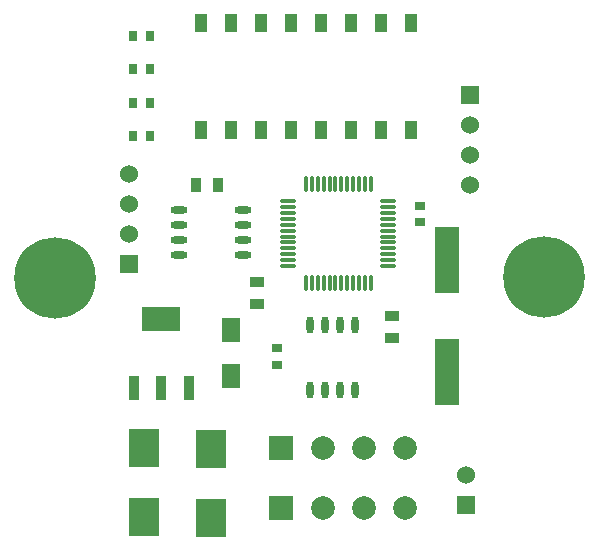
<source format=gbr>
%TF.GenerationSoftware,Altium Limited,Altium Designer,20.0.13 (296)*%
G04 Layer_Color=255*
%FSLAX25Y25*%
%MOIN*%
%TF.FileFunction,Pads,Top*%
%TF.Part,Single*%
G01*
G75*
%TA.AperFunction,SMDPad,CuDef*%
%ADD10R,0.06496X0.08465*%
%ADD11R,0.03543X0.02756*%
%ADD12O,0.05709X0.01181*%
%ADD13O,0.01181X0.05709*%
%ADD14R,0.05118X0.03740*%
%ADD15O,0.05709X0.02362*%
%ADD16R,0.03740X0.05118*%
%ADD17R,0.08300X0.22000*%
%ADD18R,0.02756X0.03543*%
%ADD19R,0.03740X0.08465*%
%ADD20R,0.12795X0.08465*%
%ADD21O,0.02362X0.05709*%
%ADD22R,0.09843X0.12500*%
%ADD23R,0.04331X0.06299*%
%TA.AperFunction,ComponentPad*%
%ADD28C,0.07874*%
%ADD29R,0.07874X0.07874*%
%ADD30R,0.06000X0.06000*%
%ADD31C,0.06000*%
%ADD32C,0.27165*%
D10*
X554125Y158753D02*
D03*
Y174107D02*
D03*
D11*
X617175Y210204D02*
D03*
Y215716D02*
D03*
X569602Y168077D02*
D03*
Y162566D02*
D03*
D12*
X606555Y195539D02*
D03*
Y197508D02*
D03*
Y199476D02*
D03*
Y201445D02*
D03*
Y203413D02*
D03*
Y205382D02*
D03*
Y207350D02*
D03*
Y209319D02*
D03*
Y211287D02*
D03*
Y213256D02*
D03*
Y215224D02*
D03*
Y217193D02*
D03*
X573287D02*
D03*
Y215224D02*
D03*
Y213256D02*
D03*
Y211287D02*
D03*
Y209319D02*
D03*
Y207350D02*
D03*
Y205382D02*
D03*
Y203413D02*
D03*
Y201445D02*
D03*
Y199476D02*
D03*
Y197508D02*
D03*
Y195539D02*
D03*
D13*
X600748Y223000D02*
D03*
X598779D02*
D03*
X596811D02*
D03*
X594842D02*
D03*
X592874D02*
D03*
X590905D02*
D03*
X588937D02*
D03*
X586968D02*
D03*
X585000D02*
D03*
X583031D02*
D03*
X581063D02*
D03*
X579094D02*
D03*
Y189732D02*
D03*
X581063D02*
D03*
X583031D02*
D03*
X585000D02*
D03*
X586968D02*
D03*
X588937D02*
D03*
X590905D02*
D03*
X592874D02*
D03*
X594842D02*
D03*
X596811D02*
D03*
X598779D02*
D03*
X600748D02*
D03*
D14*
X562913Y182911D02*
D03*
Y190195D02*
D03*
X607642Y178834D02*
D03*
Y171551D02*
D03*
D15*
X558152Y199176D02*
D03*
Y204176D02*
D03*
Y209176D02*
D03*
Y214176D02*
D03*
X536695Y199176D02*
D03*
Y204176D02*
D03*
Y209176D02*
D03*
Y214176D02*
D03*
D16*
X542494Y222434D02*
D03*
X549777D02*
D03*
D17*
X626000Y160301D02*
D03*
Y197701D02*
D03*
D18*
X526974Y272255D02*
D03*
X521462D02*
D03*
X526974Y261081D02*
D03*
X521462D02*
D03*
X526974Y249908D02*
D03*
X521462D02*
D03*
X526974Y238734D02*
D03*
X521462D02*
D03*
D19*
X521886Y154884D02*
D03*
X530942D02*
D03*
X539997D02*
D03*
D20*
X530942Y177718D02*
D03*
D21*
X595500Y175728D02*
D03*
X590500D02*
D03*
X585500D02*
D03*
X580500D02*
D03*
X595500Y154272D02*
D03*
X590500D02*
D03*
X585500D02*
D03*
X580500D02*
D03*
D22*
X525000Y135000D02*
D03*
Y112000D02*
D03*
X547500Y134500D02*
D03*
Y111500D02*
D03*
D23*
X613979Y276648D02*
D03*
X603979D02*
D03*
X593979D02*
D03*
X583979D02*
D03*
X573979D02*
D03*
X563979D02*
D03*
X553979D02*
D03*
X543979D02*
D03*
X613979Y240822D02*
D03*
X603979D02*
D03*
X593979D02*
D03*
X583979D02*
D03*
X573979D02*
D03*
X563979D02*
D03*
X553979D02*
D03*
X543979D02*
D03*
D28*
X598453Y115033D02*
D03*
X584674D02*
D03*
Y134718D02*
D03*
X598453D02*
D03*
X612233D02*
D03*
Y115033D02*
D03*
D29*
X570894D02*
D03*
Y134718D02*
D03*
D30*
X632500Y115961D02*
D03*
X520139Y196137D02*
D03*
X633638Y252554D02*
D03*
D31*
X632500Y125961D02*
D03*
X520139Y226137D02*
D03*
Y206137D02*
D03*
Y216137D02*
D03*
X633638Y222554D02*
D03*
Y242554D02*
D03*
Y232554D02*
D03*
D32*
X495469Y191607D02*
D03*
X658523Y191869D02*
D03*
%TF.MD5,1a1df367ef5c4fc082fa84ddc788b38e*%
M02*

</source>
